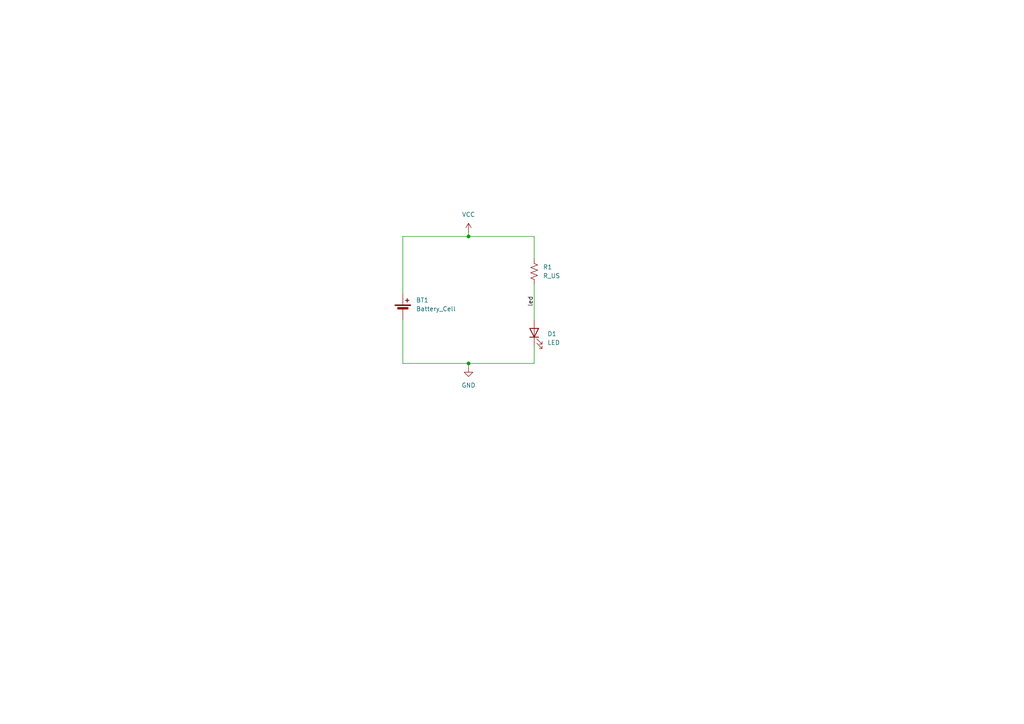
<source format=kicad_sch>
(kicad_sch (version 20230121) (generator eeschema)
  (paper "A4")
  (title_block (title "KiFoo PCB") (company "Weyland-Yutani"))
  (lib_symbols
    (symbol "Device:Battery_Cell" (pin_numbers hide) (pin_names (offset 0) hide)
      (property "Reference" "BT" (at 2.54 2.54 0))
      (property "Value" "Battery_Cell" (at 2.54 0 0))
      (symbol "Battery_Cell_0_1"
        (rectangle (start -2.286 1.778) (end 2.286 1.524) (fill (type outline)))
        (rectangle (start -1.524 1.016) (end 1.524 0.508) (fill (type outline)))
        (polyline (pts (xy 0 0.762) (xy 0 0)))
        (polyline (pts (xy 0 1.778) (xy 0 2.54)))
        (polyline (pts (xy 0.762 3.048) (xy 1.778 3.048)) (stroke (width 0.254)))
        (polyline (pts (xy 1.27 3.556) (xy 1.27 2.54)) (stroke (width 0.254)))
      )
      (symbol "Battery_Cell_1_1"
        (pin passive line (at 0 5.08 270) (length 2.54) (name "+") (number "1"))
        (pin passive line (at 0 -2.54 90) (length 2.54) (name "-") (number "2"))
      )
    )
    (symbol "Device:LED" (pin_numbers hide) (pin_names (offset 1.016) hide)
      (property "Reference" "D" (at 0 2.54 0))
      (property "Value" "LED" (at 0 -2.54 0))
      (symbol "LED_0_1"
        (polyline (pts (xy -1.27 -1.27) (xy -1.27 1.27)) (stroke (width 0.254)))
        (polyline (pts (xy -1.27 0) (xy 1.27 0)))
        (polyline (pts (xy 1.27 -1.27) (xy 1.27 1.27) (xy -1.27 0) (xy 1.27 -1.27)) (stroke (width 0.254)))
        (polyline (pts (xy -3.048 -0.762) (xy -4.572 -2.286) (xy -3.81 -2.286) (xy -4.572 -2.286) (xy -4.572 -1.524)))
        (polyline (pts (xy -1.778 -0.762) (xy -3.302 -2.286) (xy -2.54 -2.286) (xy -3.302 -2.286) (xy -3.302 -1.524)))
      )
      (symbol "LED_1_1"
        (pin passive line (at -3.81 0 0) (length 2.54) (name "K") (number "1"))
        (pin passive line (at 3.81 0 180) (length 2.54) (name "A") (number "2"))
      )
    )
    (symbol "Device:R_US" (pin_numbers hide) (pin_names (offset 0))
      (property "Reference" "R" (at 2.54 0 90))
      (property "Value" "R_US" (at -2.54 0 90))
      (symbol "R_US_0_1"
        (polyline (pts (xy 0 -2.286) (xy 0 -2.54)))
        (polyline (pts (xy 0 2.286) (xy 0 2.54)))
        (polyline (pts (xy 0 -0.762) (xy 1.016 -1.143) (xy 0 -1.524) (xy -1.016 -1.905) (xy 0 -2.286)))
        (polyline (pts (xy 0 0.762) (xy 1.016 0.381) (xy 0 0) (xy -1.016 -0.381) (xy 0 -0.762)))
        (polyline (pts (xy 0 2.286) (xy 1.016 1.905) (xy 0 1.524) (xy -1.016 1.143) (xy 0 0.762)))
      )
      (symbol "R_US_1_1"
        (pin passive line (at 0 3.81 270) (length 1.27) (name "~") (number "1"))
        (pin passive line (at 0 -3.81 90) (length 1.27) (name "~") (number "2"))
      )
    )
    (symbol "power:GND" (power) (pin_names (offset 0))
      (property "Value" "GND" (at 0 -3.81 0))
      (symbol "GND_0_1"
        (polyline (pts (xy 0 0) (xy 0 -1.27) (xy 1.27 -1.27) (xy 0 -2.54) (xy -1.27 -1.27) (xy 0 -1.27)))
      )
      (symbol "GND_1_1"
        (pin power_in line (at 0 0 270) (length 0) hide (name "GND") (number "1"))
      )
    )
    (symbol "power:VCC" (power) (pin_names (offset 0))
      (property "Value" "VCC" (at 0 3.81 0))
      (symbol "VCC_0_1"
        (polyline (pts (xy -0.762 1.27) (xy 0 2.54)))
        (polyline (pts (xy 0 0) (xy 0 2.54)))
        (polyline (pts (xy 0 2.54) (xy 0.762 1.27)))
      )
      (symbol "VCC_1_1"
        (pin power_in line (at 0 0 90) (length 0) hide (name "VCC") (number "1"))
      )
    )
  )
  (junction (at 135.89 105.41))
  (junction (at 135.89 68.58))
  (wire (pts (xy 135.89 67.31) (xy 135.89 68.58)))
  (wire (pts (xy 116.84 85.09) (xy 116.84 68.58)))
  (wire (pts (xy 154.94 82.55) (xy 154.94 92.71)))
  (wire (pts (xy 135.89 105.41) (xy 135.89 106.68)))
  (wire (pts (xy 154.94 100.33) (xy 154.94 105.41)))
  (wire (pts (xy 135.89 68.58) (xy 154.94 68.58)))
  (wire (pts (xy 116.84 105.41) (xy 116.84 92.71)))
  (wire (pts (xy 154.94 68.58) (xy 154.94 74.93)))
  (wire (pts (xy 135.89 105.41) (xy 116.84 105.41)))
  (wire (pts (xy 116.84 68.58) (xy 135.89 68.58)))
  (wire (pts (xy 154.94 105.41) (xy 135.89 105.41)))
  (label "led" (at 154.94 88.9 90))
  (symbol (lib_id "Device:R_US") (at 154.94 78.74 0) (unit 1)
    (property "Reference" "R1" (at 157.48 77.47 0) (effects (justify left)))
    (property "Value" "R_US" (at 157.48 80.01 0) (effects (justify left)))
    (property "Footprint" "Resistor_THT:R_Axial_DIN0309_L9.0mm_D3.2mm_P12.70mm_Horizontal" (effects hide))
  )
  (symbol (lib_id "power:GND") (at 135.89 106.68 0) (unit 1)
    (property "Reference" "#PWR02" (effects hide))
    (property "Value" "GND" (at 135.89 111.76 0))
  )
  (symbol (lib_id "Device:Battery_Cell") (at 116.84 90.17 0) (unit 1)
    (property "Reference" "BT1" (at 120.65 87.0585 0) (effects (justify left)))
    (property "Value" "Battery_Cell" (at 120.65 89.5985 0) (effects (justify left)))
    (property "Footprint" "Battery:BatteryHolder_Keystone_1058_1x2032" (effects hide))
  )
  (symbol (lib_id "Device:LED") (at 154.94 96.52 90) (unit 1)
    (property "Reference" "D1" (at 158.75 96.8375 90) (effects (justify right)))
    (property "Value" "LED" (at 158.75 99.3775 90) (effects (justify right)))
    (property "Footprint" "LED_THT:LED_D5.0mm" (effects hide))
  )
  (symbol (lib_id "power:VCC") (at 135.89 67.31 0) (unit 1)
    (property "Reference" "#PWR01" (effects hide))
    (property "Value" "VCC" (at 135.89 62.23 0))
  )
)
</source>
